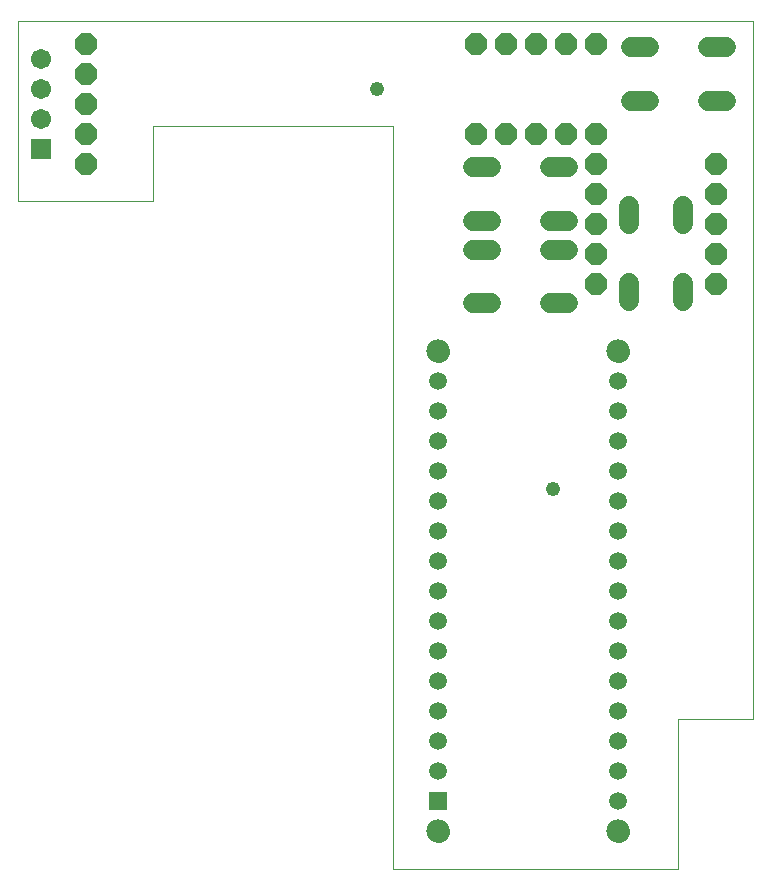
<source format=gts>
G75*
%MOIN*%
%OFA0B0*%
%FSLAX25Y25*%
%IPPOS*%
%LPD*%
%AMOC8*
5,1,8,0,0,1.08239X$1,22.5*
%
%ADD10C,0.00000*%
%ADD11C,0.07800*%
%ADD12R,0.05950X0.05950*%
%ADD13C,0.05950*%
%ADD14R,0.06737X0.06737*%
%ADD15C,0.06737*%
%ADD16C,0.06800*%
%ADD17OC8,0.07100*%
%ADD18C,0.04800*%
D10*
X0126800Y0001800D02*
X0126800Y0249300D01*
X0046800Y0249300D01*
X0046800Y0224300D01*
X0001800Y0224300D01*
X0001800Y0284300D01*
X0246800Y0284300D01*
X0246800Y0051800D01*
X0221800Y0051800D01*
X0221800Y0001800D01*
X0126800Y0001800D01*
X0138300Y0014300D02*
X0138302Y0014418D01*
X0138308Y0014536D01*
X0138318Y0014654D01*
X0138332Y0014771D01*
X0138350Y0014888D01*
X0138372Y0015005D01*
X0138397Y0015120D01*
X0138427Y0015234D01*
X0138461Y0015348D01*
X0138498Y0015460D01*
X0138539Y0015571D01*
X0138584Y0015680D01*
X0138632Y0015788D01*
X0138684Y0015894D01*
X0138740Y0015999D01*
X0138799Y0016101D01*
X0138861Y0016201D01*
X0138927Y0016299D01*
X0138996Y0016395D01*
X0139069Y0016489D01*
X0139144Y0016580D01*
X0139223Y0016668D01*
X0139304Y0016754D01*
X0139389Y0016837D01*
X0139476Y0016917D01*
X0139565Y0016994D01*
X0139658Y0017068D01*
X0139752Y0017138D01*
X0139849Y0017206D01*
X0139949Y0017270D01*
X0140050Y0017331D01*
X0140153Y0017388D01*
X0140259Y0017442D01*
X0140366Y0017493D01*
X0140474Y0017539D01*
X0140584Y0017582D01*
X0140696Y0017621D01*
X0140809Y0017657D01*
X0140923Y0017688D01*
X0141038Y0017716D01*
X0141153Y0017740D01*
X0141270Y0017760D01*
X0141387Y0017776D01*
X0141505Y0017788D01*
X0141623Y0017796D01*
X0141741Y0017800D01*
X0141859Y0017800D01*
X0141977Y0017796D01*
X0142095Y0017788D01*
X0142213Y0017776D01*
X0142330Y0017760D01*
X0142447Y0017740D01*
X0142562Y0017716D01*
X0142677Y0017688D01*
X0142791Y0017657D01*
X0142904Y0017621D01*
X0143016Y0017582D01*
X0143126Y0017539D01*
X0143234Y0017493D01*
X0143341Y0017442D01*
X0143447Y0017388D01*
X0143550Y0017331D01*
X0143651Y0017270D01*
X0143751Y0017206D01*
X0143848Y0017138D01*
X0143942Y0017068D01*
X0144035Y0016994D01*
X0144124Y0016917D01*
X0144211Y0016837D01*
X0144296Y0016754D01*
X0144377Y0016668D01*
X0144456Y0016580D01*
X0144531Y0016489D01*
X0144604Y0016395D01*
X0144673Y0016299D01*
X0144739Y0016201D01*
X0144801Y0016101D01*
X0144860Y0015999D01*
X0144916Y0015894D01*
X0144968Y0015788D01*
X0145016Y0015680D01*
X0145061Y0015571D01*
X0145102Y0015460D01*
X0145139Y0015348D01*
X0145173Y0015234D01*
X0145203Y0015120D01*
X0145228Y0015005D01*
X0145250Y0014888D01*
X0145268Y0014771D01*
X0145282Y0014654D01*
X0145292Y0014536D01*
X0145298Y0014418D01*
X0145300Y0014300D01*
X0145298Y0014182D01*
X0145292Y0014064D01*
X0145282Y0013946D01*
X0145268Y0013829D01*
X0145250Y0013712D01*
X0145228Y0013595D01*
X0145203Y0013480D01*
X0145173Y0013366D01*
X0145139Y0013252D01*
X0145102Y0013140D01*
X0145061Y0013029D01*
X0145016Y0012920D01*
X0144968Y0012812D01*
X0144916Y0012706D01*
X0144860Y0012601D01*
X0144801Y0012499D01*
X0144739Y0012399D01*
X0144673Y0012301D01*
X0144604Y0012205D01*
X0144531Y0012111D01*
X0144456Y0012020D01*
X0144377Y0011932D01*
X0144296Y0011846D01*
X0144211Y0011763D01*
X0144124Y0011683D01*
X0144035Y0011606D01*
X0143942Y0011532D01*
X0143848Y0011462D01*
X0143751Y0011394D01*
X0143651Y0011330D01*
X0143550Y0011269D01*
X0143447Y0011212D01*
X0143341Y0011158D01*
X0143234Y0011107D01*
X0143126Y0011061D01*
X0143016Y0011018D01*
X0142904Y0010979D01*
X0142791Y0010943D01*
X0142677Y0010912D01*
X0142562Y0010884D01*
X0142447Y0010860D01*
X0142330Y0010840D01*
X0142213Y0010824D01*
X0142095Y0010812D01*
X0141977Y0010804D01*
X0141859Y0010800D01*
X0141741Y0010800D01*
X0141623Y0010804D01*
X0141505Y0010812D01*
X0141387Y0010824D01*
X0141270Y0010840D01*
X0141153Y0010860D01*
X0141038Y0010884D01*
X0140923Y0010912D01*
X0140809Y0010943D01*
X0140696Y0010979D01*
X0140584Y0011018D01*
X0140474Y0011061D01*
X0140366Y0011107D01*
X0140259Y0011158D01*
X0140153Y0011212D01*
X0140050Y0011269D01*
X0139949Y0011330D01*
X0139849Y0011394D01*
X0139752Y0011462D01*
X0139658Y0011532D01*
X0139565Y0011606D01*
X0139476Y0011683D01*
X0139389Y0011763D01*
X0139304Y0011846D01*
X0139223Y0011932D01*
X0139144Y0012020D01*
X0139069Y0012111D01*
X0138996Y0012205D01*
X0138927Y0012301D01*
X0138861Y0012399D01*
X0138799Y0012499D01*
X0138740Y0012601D01*
X0138684Y0012706D01*
X0138632Y0012812D01*
X0138584Y0012920D01*
X0138539Y0013029D01*
X0138498Y0013140D01*
X0138461Y0013252D01*
X0138427Y0013366D01*
X0138397Y0013480D01*
X0138372Y0013595D01*
X0138350Y0013712D01*
X0138332Y0013829D01*
X0138318Y0013946D01*
X0138308Y0014064D01*
X0138302Y0014182D01*
X0138300Y0014300D01*
X0198300Y0014300D02*
X0198302Y0014418D01*
X0198308Y0014536D01*
X0198318Y0014654D01*
X0198332Y0014771D01*
X0198350Y0014888D01*
X0198372Y0015005D01*
X0198397Y0015120D01*
X0198427Y0015234D01*
X0198461Y0015348D01*
X0198498Y0015460D01*
X0198539Y0015571D01*
X0198584Y0015680D01*
X0198632Y0015788D01*
X0198684Y0015894D01*
X0198740Y0015999D01*
X0198799Y0016101D01*
X0198861Y0016201D01*
X0198927Y0016299D01*
X0198996Y0016395D01*
X0199069Y0016489D01*
X0199144Y0016580D01*
X0199223Y0016668D01*
X0199304Y0016754D01*
X0199389Y0016837D01*
X0199476Y0016917D01*
X0199565Y0016994D01*
X0199658Y0017068D01*
X0199752Y0017138D01*
X0199849Y0017206D01*
X0199949Y0017270D01*
X0200050Y0017331D01*
X0200153Y0017388D01*
X0200259Y0017442D01*
X0200366Y0017493D01*
X0200474Y0017539D01*
X0200584Y0017582D01*
X0200696Y0017621D01*
X0200809Y0017657D01*
X0200923Y0017688D01*
X0201038Y0017716D01*
X0201153Y0017740D01*
X0201270Y0017760D01*
X0201387Y0017776D01*
X0201505Y0017788D01*
X0201623Y0017796D01*
X0201741Y0017800D01*
X0201859Y0017800D01*
X0201977Y0017796D01*
X0202095Y0017788D01*
X0202213Y0017776D01*
X0202330Y0017760D01*
X0202447Y0017740D01*
X0202562Y0017716D01*
X0202677Y0017688D01*
X0202791Y0017657D01*
X0202904Y0017621D01*
X0203016Y0017582D01*
X0203126Y0017539D01*
X0203234Y0017493D01*
X0203341Y0017442D01*
X0203447Y0017388D01*
X0203550Y0017331D01*
X0203651Y0017270D01*
X0203751Y0017206D01*
X0203848Y0017138D01*
X0203942Y0017068D01*
X0204035Y0016994D01*
X0204124Y0016917D01*
X0204211Y0016837D01*
X0204296Y0016754D01*
X0204377Y0016668D01*
X0204456Y0016580D01*
X0204531Y0016489D01*
X0204604Y0016395D01*
X0204673Y0016299D01*
X0204739Y0016201D01*
X0204801Y0016101D01*
X0204860Y0015999D01*
X0204916Y0015894D01*
X0204968Y0015788D01*
X0205016Y0015680D01*
X0205061Y0015571D01*
X0205102Y0015460D01*
X0205139Y0015348D01*
X0205173Y0015234D01*
X0205203Y0015120D01*
X0205228Y0015005D01*
X0205250Y0014888D01*
X0205268Y0014771D01*
X0205282Y0014654D01*
X0205292Y0014536D01*
X0205298Y0014418D01*
X0205300Y0014300D01*
X0205298Y0014182D01*
X0205292Y0014064D01*
X0205282Y0013946D01*
X0205268Y0013829D01*
X0205250Y0013712D01*
X0205228Y0013595D01*
X0205203Y0013480D01*
X0205173Y0013366D01*
X0205139Y0013252D01*
X0205102Y0013140D01*
X0205061Y0013029D01*
X0205016Y0012920D01*
X0204968Y0012812D01*
X0204916Y0012706D01*
X0204860Y0012601D01*
X0204801Y0012499D01*
X0204739Y0012399D01*
X0204673Y0012301D01*
X0204604Y0012205D01*
X0204531Y0012111D01*
X0204456Y0012020D01*
X0204377Y0011932D01*
X0204296Y0011846D01*
X0204211Y0011763D01*
X0204124Y0011683D01*
X0204035Y0011606D01*
X0203942Y0011532D01*
X0203848Y0011462D01*
X0203751Y0011394D01*
X0203651Y0011330D01*
X0203550Y0011269D01*
X0203447Y0011212D01*
X0203341Y0011158D01*
X0203234Y0011107D01*
X0203126Y0011061D01*
X0203016Y0011018D01*
X0202904Y0010979D01*
X0202791Y0010943D01*
X0202677Y0010912D01*
X0202562Y0010884D01*
X0202447Y0010860D01*
X0202330Y0010840D01*
X0202213Y0010824D01*
X0202095Y0010812D01*
X0201977Y0010804D01*
X0201859Y0010800D01*
X0201741Y0010800D01*
X0201623Y0010804D01*
X0201505Y0010812D01*
X0201387Y0010824D01*
X0201270Y0010840D01*
X0201153Y0010860D01*
X0201038Y0010884D01*
X0200923Y0010912D01*
X0200809Y0010943D01*
X0200696Y0010979D01*
X0200584Y0011018D01*
X0200474Y0011061D01*
X0200366Y0011107D01*
X0200259Y0011158D01*
X0200153Y0011212D01*
X0200050Y0011269D01*
X0199949Y0011330D01*
X0199849Y0011394D01*
X0199752Y0011462D01*
X0199658Y0011532D01*
X0199565Y0011606D01*
X0199476Y0011683D01*
X0199389Y0011763D01*
X0199304Y0011846D01*
X0199223Y0011932D01*
X0199144Y0012020D01*
X0199069Y0012111D01*
X0198996Y0012205D01*
X0198927Y0012301D01*
X0198861Y0012399D01*
X0198799Y0012499D01*
X0198740Y0012601D01*
X0198684Y0012706D01*
X0198632Y0012812D01*
X0198584Y0012920D01*
X0198539Y0013029D01*
X0198498Y0013140D01*
X0198461Y0013252D01*
X0198427Y0013366D01*
X0198397Y0013480D01*
X0198372Y0013595D01*
X0198350Y0013712D01*
X0198332Y0013829D01*
X0198318Y0013946D01*
X0198308Y0014064D01*
X0198302Y0014182D01*
X0198300Y0014300D01*
X0198300Y0174300D02*
X0198302Y0174418D01*
X0198308Y0174536D01*
X0198318Y0174654D01*
X0198332Y0174771D01*
X0198350Y0174888D01*
X0198372Y0175005D01*
X0198397Y0175120D01*
X0198427Y0175234D01*
X0198461Y0175348D01*
X0198498Y0175460D01*
X0198539Y0175571D01*
X0198584Y0175680D01*
X0198632Y0175788D01*
X0198684Y0175894D01*
X0198740Y0175999D01*
X0198799Y0176101D01*
X0198861Y0176201D01*
X0198927Y0176299D01*
X0198996Y0176395D01*
X0199069Y0176489D01*
X0199144Y0176580D01*
X0199223Y0176668D01*
X0199304Y0176754D01*
X0199389Y0176837D01*
X0199476Y0176917D01*
X0199565Y0176994D01*
X0199658Y0177068D01*
X0199752Y0177138D01*
X0199849Y0177206D01*
X0199949Y0177270D01*
X0200050Y0177331D01*
X0200153Y0177388D01*
X0200259Y0177442D01*
X0200366Y0177493D01*
X0200474Y0177539D01*
X0200584Y0177582D01*
X0200696Y0177621D01*
X0200809Y0177657D01*
X0200923Y0177688D01*
X0201038Y0177716D01*
X0201153Y0177740D01*
X0201270Y0177760D01*
X0201387Y0177776D01*
X0201505Y0177788D01*
X0201623Y0177796D01*
X0201741Y0177800D01*
X0201859Y0177800D01*
X0201977Y0177796D01*
X0202095Y0177788D01*
X0202213Y0177776D01*
X0202330Y0177760D01*
X0202447Y0177740D01*
X0202562Y0177716D01*
X0202677Y0177688D01*
X0202791Y0177657D01*
X0202904Y0177621D01*
X0203016Y0177582D01*
X0203126Y0177539D01*
X0203234Y0177493D01*
X0203341Y0177442D01*
X0203447Y0177388D01*
X0203550Y0177331D01*
X0203651Y0177270D01*
X0203751Y0177206D01*
X0203848Y0177138D01*
X0203942Y0177068D01*
X0204035Y0176994D01*
X0204124Y0176917D01*
X0204211Y0176837D01*
X0204296Y0176754D01*
X0204377Y0176668D01*
X0204456Y0176580D01*
X0204531Y0176489D01*
X0204604Y0176395D01*
X0204673Y0176299D01*
X0204739Y0176201D01*
X0204801Y0176101D01*
X0204860Y0175999D01*
X0204916Y0175894D01*
X0204968Y0175788D01*
X0205016Y0175680D01*
X0205061Y0175571D01*
X0205102Y0175460D01*
X0205139Y0175348D01*
X0205173Y0175234D01*
X0205203Y0175120D01*
X0205228Y0175005D01*
X0205250Y0174888D01*
X0205268Y0174771D01*
X0205282Y0174654D01*
X0205292Y0174536D01*
X0205298Y0174418D01*
X0205300Y0174300D01*
X0205298Y0174182D01*
X0205292Y0174064D01*
X0205282Y0173946D01*
X0205268Y0173829D01*
X0205250Y0173712D01*
X0205228Y0173595D01*
X0205203Y0173480D01*
X0205173Y0173366D01*
X0205139Y0173252D01*
X0205102Y0173140D01*
X0205061Y0173029D01*
X0205016Y0172920D01*
X0204968Y0172812D01*
X0204916Y0172706D01*
X0204860Y0172601D01*
X0204801Y0172499D01*
X0204739Y0172399D01*
X0204673Y0172301D01*
X0204604Y0172205D01*
X0204531Y0172111D01*
X0204456Y0172020D01*
X0204377Y0171932D01*
X0204296Y0171846D01*
X0204211Y0171763D01*
X0204124Y0171683D01*
X0204035Y0171606D01*
X0203942Y0171532D01*
X0203848Y0171462D01*
X0203751Y0171394D01*
X0203651Y0171330D01*
X0203550Y0171269D01*
X0203447Y0171212D01*
X0203341Y0171158D01*
X0203234Y0171107D01*
X0203126Y0171061D01*
X0203016Y0171018D01*
X0202904Y0170979D01*
X0202791Y0170943D01*
X0202677Y0170912D01*
X0202562Y0170884D01*
X0202447Y0170860D01*
X0202330Y0170840D01*
X0202213Y0170824D01*
X0202095Y0170812D01*
X0201977Y0170804D01*
X0201859Y0170800D01*
X0201741Y0170800D01*
X0201623Y0170804D01*
X0201505Y0170812D01*
X0201387Y0170824D01*
X0201270Y0170840D01*
X0201153Y0170860D01*
X0201038Y0170884D01*
X0200923Y0170912D01*
X0200809Y0170943D01*
X0200696Y0170979D01*
X0200584Y0171018D01*
X0200474Y0171061D01*
X0200366Y0171107D01*
X0200259Y0171158D01*
X0200153Y0171212D01*
X0200050Y0171269D01*
X0199949Y0171330D01*
X0199849Y0171394D01*
X0199752Y0171462D01*
X0199658Y0171532D01*
X0199565Y0171606D01*
X0199476Y0171683D01*
X0199389Y0171763D01*
X0199304Y0171846D01*
X0199223Y0171932D01*
X0199144Y0172020D01*
X0199069Y0172111D01*
X0198996Y0172205D01*
X0198927Y0172301D01*
X0198861Y0172399D01*
X0198799Y0172499D01*
X0198740Y0172601D01*
X0198684Y0172706D01*
X0198632Y0172812D01*
X0198584Y0172920D01*
X0198539Y0173029D01*
X0198498Y0173140D01*
X0198461Y0173252D01*
X0198427Y0173366D01*
X0198397Y0173480D01*
X0198372Y0173595D01*
X0198350Y0173712D01*
X0198332Y0173829D01*
X0198318Y0173946D01*
X0198308Y0174064D01*
X0198302Y0174182D01*
X0198300Y0174300D01*
X0138300Y0174300D02*
X0138302Y0174418D01*
X0138308Y0174536D01*
X0138318Y0174654D01*
X0138332Y0174771D01*
X0138350Y0174888D01*
X0138372Y0175005D01*
X0138397Y0175120D01*
X0138427Y0175234D01*
X0138461Y0175348D01*
X0138498Y0175460D01*
X0138539Y0175571D01*
X0138584Y0175680D01*
X0138632Y0175788D01*
X0138684Y0175894D01*
X0138740Y0175999D01*
X0138799Y0176101D01*
X0138861Y0176201D01*
X0138927Y0176299D01*
X0138996Y0176395D01*
X0139069Y0176489D01*
X0139144Y0176580D01*
X0139223Y0176668D01*
X0139304Y0176754D01*
X0139389Y0176837D01*
X0139476Y0176917D01*
X0139565Y0176994D01*
X0139658Y0177068D01*
X0139752Y0177138D01*
X0139849Y0177206D01*
X0139949Y0177270D01*
X0140050Y0177331D01*
X0140153Y0177388D01*
X0140259Y0177442D01*
X0140366Y0177493D01*
X0140474Y0177539D01*
X0140584Y0177582D01*
X0140696Y0177621D01*
X0140809Y0177657D01*
X0140923Y0177688D01*
X0141038Y0177716D01*
X0141153Y0177740D01*
X0141270Y0177760D01*
X0141387Y0177776D01*
X0141505Y0177788D01*
X0141623Y0177796D01*
X0141741Y0177800D01*
X0141859Y0177800D01*
X0141977Y0177796D01*
X0142095Y0177788D01*
X0142213Y0177776D01*
X0142330Y0177760D01*
X0142447Y0177740D01*
X0142562Y0177716D01*
X0142677Y0177688D01*
X0142791Y0177657D01*
X0142904Y0177621D01*
X0143016Y0177582D01*
X0143126Y0177539D01*
X0143234Y0177493D01*
X0143341Y0177442D01*
X0143447Y0177388D01*
X0143550Y0177331D01*
X0143651Y0177270D01*
X0143751Y0177206D01*
X0143848Y0177138D01*
X0143942Y0177068D01*
X0144035Y0176994D01*
X0144124Y0176917D01*
X0144211Y0176837D01*
X0144296Y0176754D01*
X0144377Y0176668D01*
X0144456Y0176580D01*
X0144531Y0176489D01*
X0144604Y0176395D01*
X0144673Y0176299D01*
X0144739Y0176201D01*
X0144801Y0176101D01*
X0144860Y0175999D01*
X0144916Y0175894D01*
X0144968Y0175788D01*
X0145016Y0175680D01*
X0145061Y0175571D01*
X0145102Y0175460D01*
X0145139Y0175348D01*
X0145173Y0175234D01*
X0145203Y0175120D01*
X0145228Y0175005D01*
X0145250Y0174888D01*
X0145268Y0174771D01*
X0145282Y0174654D01*
X0145292Y0174536D01*
X0145298Y0174418D01*
X0145300Y0174300D01*
X0145298Y0174182D01*
X0145292Y0174064D01*
X0145282Y0173946D01*
X0145268Y0173829D01*
X0145250Y0173712D01*
X0145228Y0173595D01*
X0145203Y0173480D01*
X0145173Y0173366D01*
X0145139Y0173252D01*
X0145102Y0173140D01*
X0145061Y0173029D01*
X0145016Y0172920D01*
X0144968Y0172812D01*
X0144916Y0172706D01*
X0144860Y0172601D01*
X0144801Y0172499D01*
X0144739Y0172399D01*
X0144673Y0172301D01*
X0144604Y0172205D01*
X0144531Y0172111D01*
X0144456Y0172020D01*
X0144377Y0171932D01*
X0144296Y0171846D01*
X0144211Y0171763D01*
X0144124Y0171683D01*
X0144035Y0171606D01*
X0143942Y0171532D01*
X0143848Y0171462D01*
X0143751Y0171394D01*
X0143651Y0171330D01*
X0143550Y0171269D01*
X0143447Y0171212D01*
X0143341Y0171158D01*
X0143234Y0171107D01*
X0143126Y0171061D01*
X0143016Y0171018D01*
X0142904Y0170979D01*
X0142791Y0170943D01*
X0142677Y0170912D01*
X0142562Y0170884D01*
X0142447Y0170860D01*
X0142330Y0170840D01*
X0142213Y0170824D01*
X0142095Y0170812D01*
X0141977Y0170804D01*
X0141859Y0170800D01*
X0141741Y0170800D01*
X0141623Y0170804D01*
X0141505Y0170812D01*
X0141387Y0170824D01*
X0141270Y0170840D01*
X0141153Y0170860D01*
X0141038Y0170884D01*
X0140923Y0170912D01*
X0140809Y0170943D01*
X0140696Y0170979D01*
X0140584Y0171018D01*
X0140474Y0171061D01*
X0140366Y0171107D01*
X0140259Y0171158D01*
X0140153Y0171212D01*
X0140050Y0171269D01*
X0139949Y0171330D01*
X0139849Y0171394D01*
X0139752Y0171462D01*
X0139658Y0171532D01*
X0139565Y0171606D01*
X0139476Y0171683D01*
X0139389Y0171763D01*
X0139304Y0171846D01*
X0139223Y0171932D01*
X0139144Y0172020D01*
X0139069Y0172111D01*
X0138996Y0172205D01*
X0138927Y0172301D01*
X0138861Y0172399D01*
X0138799Y0172499D01*
X0138740Y0172601D01*
X0138684Y0172706D01*
X0138632Y0172812D01*
X0138584Y0172920D01*
X0138539Y0173029D01*
X0138498Y0173140D01*
X0138461Y0173252D01*
X0138427Y0173366D01*
X0138397Y0173480D01*
X0138372Y0173595D01*
X0138350Y0173712D01*
X0138332Y0173829D01*
X0138318Y0173946D01*
X0138308Y0174064D01*
X0138302Y0174182D01*
X0138300Y0174300D01*
D11*
X0141800Y0174300D03*
X0201800Y0174300D03*
X0201800Y0014300D03*
X0141800Y0014300D03*
D12*
X0141800Y0024300D03*
D13*
X0141800Y0034300D03*
X0141800Y0044300D03*
X0141800Y0054300D03*
X0141800Y0064300D03*
X0141800Y0074300D03*
X0141800Y0084300D03*
X0141800Y0094300D03*
X0141800Y0104300D03*
X0141800Y0114300D03*
X0141800Y0124300D03*
X0141800Y0134300D03*
X0141800Y0144300D03*
X0141800Y0154300D03*
X0141800Y0164300D03*
X0201800Y0164300D03*
X0201800Y0154300D03*
X0201800Y0144300D03*
X0201800Y0134300D03*
X0201800Y0124300D03*
X0201800Y0114300D03*
X0201800Y0104300D03*
X0201800Y0094300D03*
X0201800Y0084300D03*
X0201800Y0074300D03*
X0201800Y0064300D03*
X0201800Y0054300D03*
X0201800Y0044300D03*
X0201800Y0034300D03*
X0201800Y0024300D03*
D14*
X0009300Y0241800D03*
D15*
X0009300Y0251800D03*
X0009300Y0261800D03*
X0009300Y0271800D03*
D16*
X0153500Y0235700D02*
X0159500Y0235700D01*
X0159500Y0217900D02*
X0153500Y0217900D01*
X0153500Y0208200D02*
X0159500Y0208200D01*
X0159500Y0190400D02*
X0153500Y0190400D01*
X0179100Y0190400D02*
X0185100Y0190400D01*
X0185100Y0208200D02*
X0179100Y0208200D01*
X0179100Y0217900D02*
X0185100Y0217900D01*
X0185100Y0235700D02*
X0179100Y0235700D01*
X0205400Y0222600D02*
X0205400Y0216600D01*
X0205400Y0197000D02*
X0205400Y0191000D01*
X0223200Y0191000D02*
X0223200Y0197000D01*
X0223200Y0216600D02*
X0223200Y0222600D01*
X0231600Y0257900D02*
X0237600Y0257900D01*
X0237600Y0275700D02*
X0231600Y0275700D01*
X0212000Y0275700D02*
X0206000Y0275700D01*
X0206000Y0257900D02*
X0212000Y0257900D01*
D17*
X0194300Y0246800D03*
X0194300Y0236800D03*
X0194300Y0226800D03*
X0194300Y0216800D03*
X0194300Y0206800D03*
X0194300Y0196800D03*
X0234300Y0196800D03*
X0234300Y0206800D03*
X0234300Y0216800D03*
X0234300Y0226800D03*
X0234300Y0236800D03*
X0194300Y0276800D03*
X0184300Y0276800D03*
X0174300Y0276800D03*
X0164300Y0276800D03*
X0154300Y0276800D03*
X0154300Y0246800D03*
X0164300Y0246800D03*
X0174300Y0246800D03*
X0184300Y0246800D03*
X0024300Y0246800D03*
X0024300Y0256800D03*
X0024300Y0266800D03*
X0024300Y0276800D03*
X0024300Y0236800D03*
D18*
X0121387Y0261761D03*
X0179950Y0128394D03*
M02*

</source>
